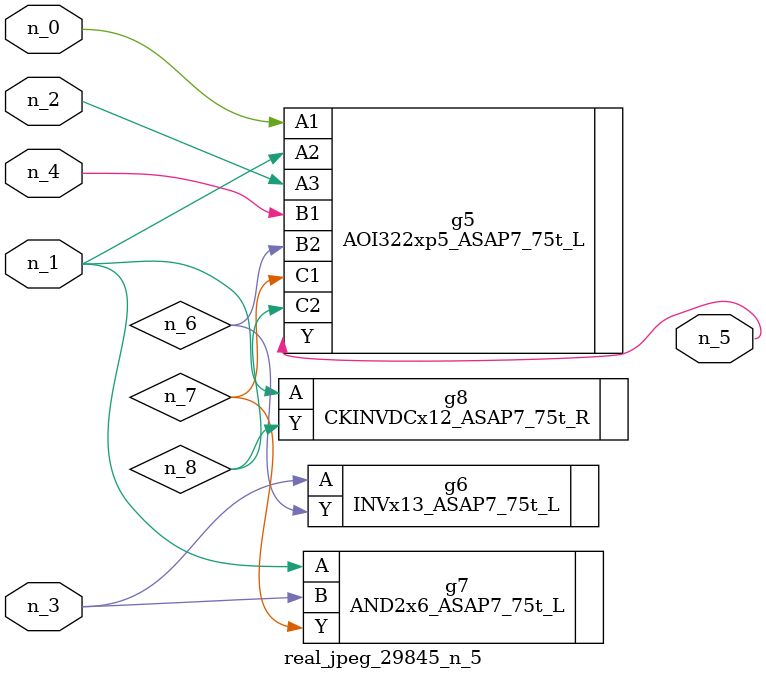
<source format=v>
module real_jpeg_29845_n_5 (n_4, n_0, n_1, n_2, n_3, n_5);

input n_4;
input n_0;
input n_1;
input n_2;
input n_3;

output n_5;

wire n_8;
wire n_6;
wire n_7;

AOI322xp5_ASAP7_75t_L g5 ( 
.A1(n_0),
.A2(n_1),
.A3(n_2),
.B1(n_4),
.B2(n_6),
.C1(n_7),
.C2(n_8),
.Y(n_5)
);

AND2x6_ASAP7_75t_L g7 ( 
.A(n_1),
.B(n_3),
.Y(n_7)
);

CKINVDCx12_ASAP7_75t_R g8 ( 
.A(n_1),
.Y(n_8)
);

INVx13_ASAP7_75t_L g6 ( 
.A(n_3),
.Y(n_6)
);


endmodule
</source>
